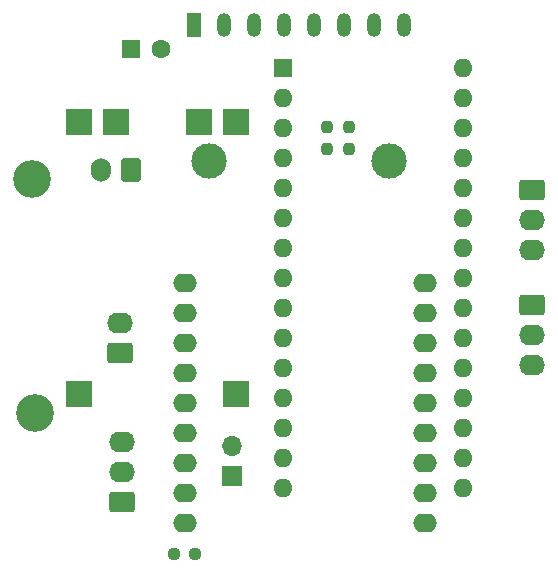
<source format=gbr>
%TF.GenerationSoftware,KiCad,Pcbnew,(5.99.0-10431-gb63c482347)*%
%TF.CreationDate,2021-11-02T14:19:32+01:00*%
%TF.ProjectId,boitarire,626f6974-6172-4697-9265-2e6b69636164,rev?*%
%TF.SameCoordinates,Original*%
%TF.FileFunction,Soldermask,Bot*%
%TF.FilePolarity,Negative*%
%FSLAX46Y46*%
G04 Gerber Fmt 4.6, Leading zero omitted, Abs format (unit mm)*
G04 Created by KiCad (PCBNEW (5.99.0-10431-gb63c482347)) date 2021-11-02 14:19:32*
%MOMM*%
%LPD*%
G01*
G04 APERTURE LIST*
G04 Aperture macros list*
%AMRoundRect*
0 Rectangle with rounded corners*
0 $1 Rounding radius*
0 $2 $3 $4 $5 $6 $7 $8 $9 X,Y pos of 4 corners*
0 Add a 4 corners polygon primitive as box body*
4,1,4,$2,$3,$4,$5,$6,$7,$8,$9,$2,$3,0*
0 Add four circle primitives for the rounded corners*
1,1,$1+$1,$2,$3*
1,1,$1+$1,$4,$5*
1,1,$1+$1,$6,$7*
1,1,$1+$1,$8,$9*
0 Add four rect primitives between the rounded corners*
20,1,$1+$1,$2,$3,$4,$5,0*
20,1,$1+$1,$4,$5,$6,$7,0*
20,1,$1+$1,$6,$7,$8,$9,0*
20,1,$1+$1,$8,$9,$2,$3,0*%
G04 Aperture macros list end*
%ADD10R,2.250000X2.250000*%
%ADD11C,3.200000*%
%ADD12R,1.700000X1.700000*%
%ADD13O,1.700000X1.700000*%
%ADD14R,1.600000X1.600000*%
%ADD15O,1.600000X1.600000*%
%ADD16C,3.000000*%
%ADD17R,1.200000X2.000000*%
%ADD18O,1.200000X2.000000*%
%ADD19RoundRect,0.237500X-0.250000X-0.237500X0.250000X-0.237500X0.250000X0.237500X-0.250000X0.237500X0*%
%ADD20RoundRect,0.250000X-0.845000X0.620000X-0.845000X-0.620000X0.845000X-0.620000X0.845000X0.620000X0*%
%ADD21O,2.190000X1.740000*%
%ADD22RoundRect,0.250000X0.845000X-0.620000X0.845000X0.620000X-0.845000X0.620000X-0.845000X-0.620000X0*%
%ADD23RoundRect,0.237500X0.237500X-0.250000X0.237500X0.250000X-0.237500X0.250000X-0.237500X-0.250000X0*%
%ADD24RoundRect,0.250000X0.600000X0.750000X-0.600000X0.750000X-0.600000X-0.750000X0.600000X-0.750000X0*%
%ADD25O,1.700000X2.000000*%
%ADD26C,1.600000*%
%ADD27O,2.000000X1.600000*%
G04 APERTURE END LIST*
D10*
%TO.C,U2*%
X144850000Y-77350000D03*
X158150000Y-77350000D03*
X148000000Y-54350000D03*
X155000000Y-54350000D03*
X144850000Y-54350000D03*
X158150000Y-54350000D03*
%TD*%
D11*
%TO.C,H2*%
X141100000Y-79000000D03*
%TD*%
D12*
%TO.C,SW1*%
X157800000Y-84300000D03*
D13*
X157800000Y-81760000D03*
%TD*%
D11*
%TO.C,H3*%
X140900000Y-59200000D03*
%TD*%
D14*
%TO.C,A1*%
X162140000Y-49750000D03*
D15*
X162140000Y-52290000D03*
X162140000Y-54830000D03*
X162140000Y-57370000D03*
X162140000Y-59910000D03*
X162140000Y-62450000D03*
X162140000Y-64990000D03*
X162140000Y-67530000D03*
X162140000Y-70070000D03*
X162140000Y-72610000D03*
X162140000Y-75150000D03*
X162140000Y-77690000D03*
X162140000Y-80230000D03*
X162140000Y-82770000D03*
X162140000Y-85310000D03*
X177380000Y-85310000D03*
X177380000Y-82770000D03*
X177380000Y-80230000D03*
X177380000Y-77690000D03*
X177380000Y-75150000D03*
X177380000Y-72610000D03*
X177380000Y-70070000D03*
X177380000Y-67530000D03*
X177380000Y-64990000D03*
X177380000Y-62450000D03*
X177380000Y-59910000D03*
X177380000Y-57370000D03*
X177380000Y-54830000D03*
X177380000Y-52290000D03*
X177380000Y-49750000D03*
%TD*%
D16*
%TO.C,U1*%
X155880000Y-57625000D03*
X171120000Y-57625000D03*
D17*
X154610000Y-46125000D03*
D18*
X157150000Y-46125000D03*
X159690000Y-46125000D03*
X162230000Y-46125000D03*
X164770000Y-46125000D03*
X167310000Y-46125000D03*
X169850000Y-46125000D03*
X172390000Y-46125000D03*
%TD*%
D19*
%TO.C,R3*%
X152887500Y-90900000D03*
X154712500Y-90900000D03*
%TD*%
D20*
%TO.C,J4*%
X183200000Y-69870000D03*
D21*
X183200000Y-72410000D03*
X183200000Y-74950000D03*
%TD*%
D22*
%TO.C,J3*%
X148300000Y-73900000D03*
D21*
X148300000Y-71360000D03*
%TD*%
D23*
%TO.C,R4*%
X165900000Y-56612500D03*
X165900000Y-54787500D03*
%TD*%
D24*
%TO.C,J1*%
X149250000Y-58450000D03*
D25*
X146750000Y-58450000D03*
%TD*%
D22*
%TO.C,J2*%
X148500000Y-86500000D03*
D21*
X148500000Y-83960000D03*
X148500000Y-81420000D03*
%TD*%
D20*
%TO.C,J5*%
X183200000Y-60120000D03*
D21*
X183200000Y-62660000D03*
X183200000Y-65200000D03*
%TD*%
D23*
%TO.C,R2*%
X167700000Y-56612500D03*
X167700000Y-54787500D03*
%TD*%
D14*
%TO.C,C1*%
X149294888Y-48200000D03*
D26*
X151794888Y-48200000D03*
%TD*%
D27*
%TO.C,U3*%
X174160000Y-67940000D03*
X174160000Y-70480000D03*
X174160000Y-73020000D03*
X174160000Y-75560000D03*
X174160000Y-78100000D03*
X174160000Y-80640000D03*
X174160000Y-83180000D03*
X174160000Y-85720000D03*
X174160000Y-88260000D03*
X153840000Y-88260000D03*
X153840000Y-85720000D03*
X153840000Y-83180000D03*
X153840000Y-80640000D03*
X153840000Y-78100000D03*
X153840000Y-75560000D03*
X153840000Y-73020000D03*
X153840000Y-70480000D03*
X153840000Y-67940000D03*
%TD*%
M02*

</source>
